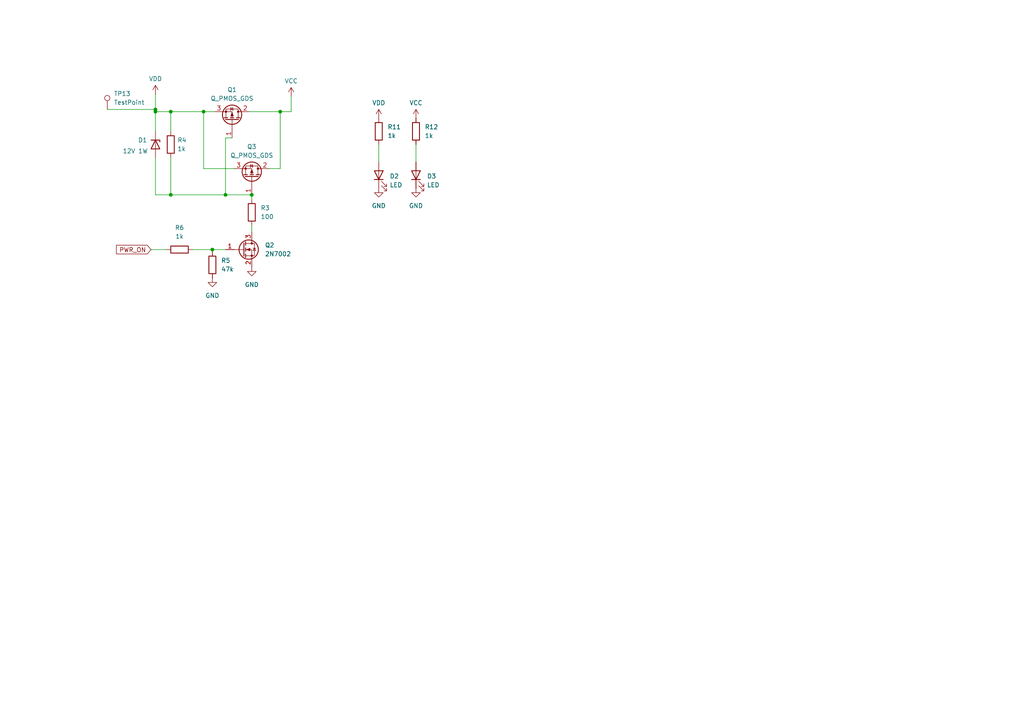
<source format=kicad_sch>
(kicad_sch (version 20250114) (generator "eeschema") (generator_version "9.0")
  (paper "A4")
  (lib_symbols
    (symbol "Connector:TestPoint" (pin_numbers (hide yes)) (pin_names (offset 0.762) (hide yes))
      (property "Reference" "TP" (at 0 6.858 0))
      (property "Value" "TestPoint" (at 0 5.08 0))
      (symbol "TestPoint_0_1"
        (circle (center 0 3.302) (radius 0.762))
      )
      (symbol "TestPoint_1_1"
        (pin passive line (at 0 0 90) (length 2.54) (name "1") (number "1"))
      )
    )
    (symbol "Device:D_Zener" (pin_numbers (hide yes)) (pin_names (offset 1.016) (hide yes))
      (property "Reference" "D" (at 0 2.54 0))
      (property "Value" "D_Zener" (at 0 -2.54 0))
      (symbol "D_Zener_0_1"
        (polyline (pts (xy -1.27 -1.27) (xy -1.27 1.27) (xy -0.762 1.27)) (stroke (width 0.254)))
        (polyline (pts (xy 1.27 0) (xy -1.27 0)))
        (polyline (pts (xy 1.27 -1.27) (xy 1.27 1.27) (xy -1.27 0) (xy 1.27 -1.27)) (stroke (width 0.254)))
      )
      (symbol "D_Zener_1_1"
        (pin passive line (at -3.81 0 0) (length 2.54) (name "K") (number "1"))
        (pin passive line (at 3.81 0 180) (length 2.54) (name "A") (number "2"))
      )
    )
    (symbol "Device:LED" (pin_numbers (hide yes)) (pin_names (offset 1.016) (hide yes))
      (property "Reference" "D" (at 0 2.54 0))
      (property "Value" "LED" (at 0 -2.54 0))
      (symbol "LED_0_1"
        (polyline (pts (xy -3.048 -0.762) (xy -4.572 -2.286) (xy -3.81 -2.286) (xy -4.572 -2.286) (xy -4.572 -1.524)))
        (polyline (pts (xy -1.778 -0.762) (xy -3.302 -2.286) (xy -2.54 -2.286) (xy -3.302 -2.286) (xy -3.302 -1.524)))
        (polyline (pts (xy -1.27 0) (xy 1.27 0)))
        (polyline (pts (xy -1.27 -1.27) (xy -1.27 1.27)) (stroke (width 0.254)))
        (polyline (pts (xy 1.27 -1.27) (xy 1.27 1.27) (xy -1.27 0) (xy 1.27 -1.27)) (stroke (width 0.254)))
      )
      (symbol "LED_1_1"
        (pin passive line (at -3.81 0 0) (length 2.54) (name "K") (number "1"))
        (pin passive line (at 3.81 0 180) (length 2.54) (name "A") (number "2"))
      )
    )
    (symbol "Device:Q_PMOS_GDS" (pin_names (offset 0) (hide yes))
      (property "Reference" "Q" (at 5.08 1.27 0))
      (property "Value" "Q_PMOS_GDS" (at 5.08 -1.27 0))
      (symbol "Q_PMOS_GDS_0_1"
        (polyline (pts (xy 0.254 1.905) (xy 0.254 -1.905)) (stroke (width 0.254)))
        (polyline (pts (xy 0.254 0) (xy -2.54 0)))
        (polyline (pts (xy 0.762 2.286) (xy 0.762 1.27)) (stroke (width 0.254)))
        (polyline (pts (xy 0.762 1.778) (xy 3.302 1.778) (xy 3.302 -1.778) (xy 0.762 -1.778)))
        (polyline (pts (xy 0.762 0.508) (xy 0.762 -0.508)) (stroke (width 0.254)))
        (polyline (pts (xy 0.762 -1.27) (xy 0.762 -2.286)) (stroke (width 0.254)))
        (circle (center 1.651 0) (radius 2.794) (stroke (width 0.254)))
        (polyline (pts (xy 2.286 0) (xy 1.27 0.381) (xy 1.27 -0.381) (xy 2.286 0)) (fill (type outline)))
        (polyline (pts (xy 2.54 2.54) (xy 2.54 1.778)))
        (circle (center 2.54 1.778) (radius 0.254) (fill (type outline)))
        (circle (center 2.54 -1.778) (radius 0.254) (fill (type outline)))
        (polyline (pts (xy 2.54 -2.54) (xy 2.54 0) (xy 0.762 0)))
        (polyline (pts (xy 2.794 -0.508) (xy 2.921 -0.381) (xy 3.683 -0.381) (xy 3.81 -0.254)))
        (polyline (pts (xy 3.302 -0.381) (xy 2.921 0.254) (xy 3.683 0.254) (xy 3.302 -0.381)))
      )
      (symbol "Q_PMOS_GDS_1_1"
        (pin input line (at -5.08 0 0) (length 2.54) (name "G") (number "1"))
        (pin passive line (at 2.54 5.08 270) (length 2.54) (name "D") (number "2"))
        (pin passive line (at 2.54 -5.08 90) (length 2.54) (name "S") (number "3"))
      )
    )
    (symbol "Device:R" (pin_numbers (hide yes)) (pin_names (offset 0))
      (property "Reference" "R" (at 2.032 0 90))
      (property "Value" "R" (at 0 0 90))
      (symbol "R_0_1"
        (rectangle (start -1.016 -2.54) (end 1.016 2.54) (stroke (width 0.254)))
      )
      (symbol "R_1_1"
        (pin passive line (at 0 3.81 270) (length 1.27) (name "~") (number "1"))
        (pin passive line (at 0 -3.81 90) (length 1.27) (name "~") (number "2"))
      )
    )
    (symbol "Transistor_FET:2N7002" (pin_names (offset 0) (hide yes))
      (property "Reference" "Q" (at 5.08 1.905 0))
      (property "Value" "2N7002" (at 5.08 0 0))
      (symbol "2N7002_0_1"
        (polyline (pts (xy 0.254 1.905) (xy 0.254 -1.905)) (stroke (width 0.254)))
        (polyline (pts (xy 0.254 0) (xy -2.54 0)))
        (polyline (pts (xy 0.762 2.286) (xy 0.762 1.27)) (stroke (width 0.254)))
        (polyline (pts (xy 0.762 0.508) (xy 0.762 -0.508)) (stroke (width 0.254)))
        (polyline (pts (xy 0.762 -1.27) (xy 0.762 -2.286)) (stroke (width 0.254)))
        (polyline (pts (xy 0.762 -1.778) (xy 3.302 -1.778) (xy 3.302 1.778) (xy 0.762 1.778)))
        (polyline (pts (xy 1.016 0) (xy 2.032 0.381) (xy 2.032 -0.381) (xy 1.016 0)) (fill (type outline)))
        (circle (center 1.651 0) (radius 2.794) (stroke (width 0.254)))
        (polyline (pts (xy 2.54 2.54) (xy 2.54 1.778)))
        (circle (center 2.54 1.778) (radius 0.254) (fill (type outline)))
        (circle (center 2.54 -1.778) (radius 0.254) (fill (type outline)))
        (polyline (pts (xy 2.54 -2.54) (xy 2.54 0) (xy 0.762 0)))
        (polyline (pts (xy 2.921 0.381) (xy 3.683 0.381)))
        (polyline (pts (xy 3.302 0.381) (xy 2.921 -0.254) (xy 3.683 -0.254) (xy 3.302 0.381)))
      )
      (symbol "2N7002_1_1"
        (pin input line (at -5.08 0 0) (length 2.54) (name "G") (number "1"))
        (pin passive line (at 2.54 5.08 270) (length 2.54) (name "D") (number "3"))
        (pin passive line (at 2.54 -5.08 90) (length 2.54) (name "S") (number "2"))
      )
    )
    (symbol "power:GND" (power) (pin_numbers (hide yes)) (pin_names (offset 0) (hide yes))
      (property "Value" "GND" (at 0 -3.81 0))
      (symbol "GND_0_1"
        (polyline (pts (xy 0 0) (xy 0 -1.27) (xy 1.27 -1.27) (xy 0 -2.54) (xy -1.27 -1.27) (xy 0 -1.27)))
      )
      (symbol "GND_1_1"
        (pin power_in line (at 0 0 270) (length 0) (name "~") (number "1"))
      )
    )
    (symbol "power:VCC" (power) (pin_numbers (hide yes)) (pin_names (offset 0) (hide yes))
      (property "Value" "VCC" (at 0 3.556 0))
      (symbol "VCC_0_1"
        (polyline (pts (xy -0.762 1.27) (xy 0 2.54)))
        (polyline (pts (xy 0 2.54) (xy 0.762 1.27)))
        (polyline (pts (xy 0 0) (xy 0 2.54)))
      )
      (symbol "VCC_1_1"
        (pin power_in line (at 0 0 90) (length 0) (name "~") (number "1"))
      )
    )
    (symbol "power:VDD" (power) (pin_numbers (hide yes)) (pin_names (offset 0) (hide yes))
      (property "Value" "VDD" (at 0 3.556 0))
      (symbol "VDD_0_1"
        (polyline (pts (xy -0.762 1.27) (xy 0 2.54)))
        (polyline (pts (xy 0 2.54) (xy 0.762 1.27)))
        (polyline (pts (xy 0 0) (xy 0 2.54)))
      )
      (symbol "VDD_1_1"
        (pin power_in line (at 0 0 90) (length 0) (name "~") (number "1"))
      )
    )
  )
  (junction (at 45.085 32.385))
  (junction (at 81.28 32.385))
  (junction (at 61.595 72.39))
  (junction (at 65.405 56.515))
  (junction (at 73.025 56.515))
  (junction (at 49.53 56.515))
  (junction (at 45.085 31.75))
  (junction (at 49.53 32.385))
  (junction (at 59.055 32.385))
  (wire (pts (xy 43.815 72.39) (xy 48.26 72.39)))
  (wire (pts (xy 120.65 41.91) (xy 120.65 46.99)))
  (wire (pts (xy 59.055 48.895) (xy 59.055 32.385)))
  (wire (pts (xy 45.085 31.75) (xy 45.085 32.385)))
  (wire (pts (xy 49.53 56.515) (xy 65.405 56.515)))
  (wire (pts (xy 72.39 32.385) (xy 81.28 32.385)))
  (wire (pts (xy 55.88 72.39) (xy 61.595 72.39)))
  (wire (pts (xy 61.595 72.39) (xy 61.595 73.025)))
  (wire (pts (xy 65.405 56.515) (xy 73.025 56.515)))
  (wire (pts (xy 45.085 56.515) (xy 49.53 56.515)))
  (wire (pts (xy 65.405 40.005) (xy 67.31 40.005)))
  (wire (pts (xy 49.53 45.72) (xy 49.53 56.515)))
  (wire (pts (xy 81.28 32.385) (xy 84.455 32.385)))
  (wire (pts (xy 67.945 48.895) (xy 59.055 48.895)))
  (wire (pts (xy 45.085 27.305) (xy 45.085 31.75)))
  (wire (pts (xy 31.115 31.75) (xy 45.085 31.75)))
  (wire (pts (xy 109.855 41.91) (xy 109.855 46.99)))
  (wire (pts (xy 45.085 32.385) (xy 45.085 38.1)))
  (wire (pts (xy 65.405 40.005) (xy 65.405 56.515)))
  (wire (pts (xy 49.53 32.385) (xy 49.53 38.1)))
  (wire (pts (xy 59.055 32.385) (xy 62.23 32.385)))
  (wire (pts (xy 65.405 72.39) (xy 61.595 72.39)))
  (wire (pts (xy 81.28 48.895) (xy 81.28 32.385)))
  (wire (pts (xy 45.085 45.72) (xy 45.085 56.515)))
  (wire (pts (xy 84.455 32.385) (xy 84.455 27.94)))
  (wire (pts (xy 49.53 32.385) (xy 59.055 32.385)))
  (wire (pts (xy 45.085 32.385) (xy 49.53 32.385)))
  (wire (pts (xy 73.025 65.405) (xy 73.025 67.31)))
  (wire (pts (xy 78.105 48.895) (xy 81.28 48.895)))
  (wire (pts (xy 73.025 56.515) (xy 73.025 57.785)))
  (global_label "PWR_ON" (shape input) (at 43.815 72.39 180) (property "Intersheetrefs" "${INTERSHEET_REFS}" (effects (hide yes))))
  (symbol (lib_id "power:GND") (at 61.595 80.645 0) (unit 1)
    (property "Reference" "#PWR043" (effects (hide yes)))
    (property "Value" "GND" (at 61.595 85.725 0))
    (property "Description" "Power symbol creates a global label with name \"GND\" , ground" (effects (hide yes)))
  )
  (symbol (lib_id "Device:R") (at 120.65 38.1 0) (unit 1)
    (property "Reference" "R12" (at 123.19 36.8299 0) (effects (justify left)))
    (property "Value" "1k" (at 123.19 39.3699 0) (effects (justify left)))
    (property "Footprint" "Resistor_SMD:R_0603_1608Metric" (effects (hide yes)))
    (property "Description" "Resistor" (effects (hide yes)))
  )
  (symbol (lib_id "power:VDD") (at 45.085 27.305 0) (unit 1)
    (property "Reference" "#PWR029" (effects (hide yes)))
    (property "Value" "VDD" (at 45.085 22.86 0))
    (property "Description" "Power symbol creates a global label with name \"VDD\"" (effects (hide yes)))
  )
  (symbol (lib_id "Device:R") (at 73.025 61.595 0) (unit 1)
    (property "Reference" "R3" (at 75.565 60.3249 0) (effects (justify left)))
    (property "Value" "100" (at 75.565 62.8649 0) (effects (justify left)))
    (property "Footprint" "Resistor_SMD:R_0603_1608Metric" (effects (hide yes)))
    (property "Description" "Resistor" (effects (hide yes)))
  )
  (symbol (lib_id "Connector:TestPoint") (at 31.115 31.75 0) (unit 1)
    (property "Reference" "TP13" (at 33.02 27.1779 0) (effects (justify left)))
    (property "Value" "TestPoint" (at 33.02 29.7179 0) (effects (justify left)))
    (property "Footprint" "TestPoint:TestPoint_Pad_1.5x1.5mm" (effects (hide yes)))
    (property "Description" "test point" (effects (hide yes)))
  )
  (symbol (lib_id "power:GND") (at 109.855 54.61 0) (unit 1)
    (property "Reference" "#PWR059" (effects (hide yes)))
    (property "Value" "GND" (at 109.855 59.69 0))
    (property "Description" "Power symbol creates a global label with name \"GND\" , ground" (effects (hide yes)))
  )
  (symbol (lib_id "power:VCC") (at 120.65 34.29 0) (unit 1)
    (property "Reference" "#PWR062" (effects (hide yes)))
    (property "Value" "VCC" (at 120.65 29.845 0))
    (property "Description" "Power symbol creates a global label with name \"VCC\"" (effects (hide yes)))
  )
  (symbol (lib_id "Device:LED") (at 120.65 50.8 90) (unit 1)
    (property "Reference" "D3" (at 123.825 51.1174 90) (effects (justify right)))
    (property "Value" "LED" (at 123.825 53.6574 90) (effects (justify right)))
    (property "Footprint" "LED_SMD:LED_0805_2012Metric_Pad1.15x1.40mm_HandSolder" (effects (hide yes)))
    (property "Description" "Light emitting diode" (effects (hide yes)))
    (property "Sim.Pins" "1=K 2=A" (effects (hide yes)))
  )
  (symbol (lib_id "power:GND") (at 120.65 54.61 0) (unit 1)
    (property "Reference" "#PWR060" (effects (hide yes)))
    (property "Value" "GND" (at 120.65 59.69 0))
    (property "Description" "Power symbol creates a global label with name \"GND\" , ground" (effects (hide yes)))
  )
  (symbol (lib_id "Device:LED") (at 109.855 50.8 90) (unit 1)
    (property "Reference" "D2" (at 113.03 51.1174 90) (effects (justify right)))
    (property "Value" "LED" (at 113.03 53.6574 90) (effects (justify right)))
    (property "Footprint" "LED_SMD:LED_0805_2012Metric_Pad1.15x1.40mm_HandSolder" (effects (hide yes)))
    (property "Description" "Light emitting diode" (effects (hide yes)))
    (property "Sim.Pins" "1=K 2=A" (effects (hide yes)))
  )
  (symbol (lib_id "Device:Q_PMOS_GDS") (at 67.31 34.925 270) (mirror x) (unit 1)
    (property "Reference" "Q1" (at 67.31 26.035 90))
    (property "Value" "Q_PMOS_GDS" (at 67.31 28.575 90))
    (property "Footprint" "Package_TO_SOT_SMD:TO-252-2" (effects (hide yes)))
    (property "Description" "https://www.tme.eu/pl/details/wmm120p06ts-cyg/tranzystory-z-kanalem-p-smd/wayon/wmm120p06ts/" (effects (hide yes)))
  )
  (symbol (lib_id "Device:R") (at 61.595 76.835 0) (unit 1)
    (property "Reference" "R5" (at 64.135 75.5649 0) (effects (justify left)))
    (property "Value" "47k" (at 64.135 78.1049 0) (effects (justify left)))
    (property "Footprint" "Resistor_SMD:R_0603_1608Metric" (effects (hide yes)))
    (property "Description" "Resistor" (effects (hide yes)))
  )
  (symbol (lib_id "power:VCC") (at 84.455 27.94 0) (unit 1)
    (property "Reference" "#PWR028" (effects (hide yes)))
    (property "Value" "VCC" (at 84.455 23.495 0))
    (property "Description" "Power symbol creates a global label with name \"VCC\"" (effects (hide yes)))
  )
  (symbol (lib_id "Device:R") (at 52.07 72.39 270) (unit 1)
    (property "Reference" "R6" (at 52.07 66.04 90))
    (property "Value" "1k" (at 52.07 68.58 90))
    (property "Footprint" "Resistor_SMD:R_0603_1608Metric" (effects (hide yes)))
    (property "Description" "Resistor" (effects (hide yes)))
  )
  (symbol (lib_id "Device:Q_PMOS_GDS") (at 73.025 51.435 270) (mirror x) (unit 1)
    (property "Reference" "Q3" (at 73.025 42.545 90))
    (property "Value" "Q_PMOS_GDS" (at 73.025 45.085 90))
    (property "Footprint" "Package_TO_SOT_SMD:TO-252-2" (effects (hide yes)))
    (property "Description" "https://www.tme.eu/pl/details/wmm120p06ts-cyg/tranzystory-z-kanalem-p-smd/wayon/wmm120p06ts/" (effects (hide yes)))
  )
  (symbol (lib_id "Device:R") (at 109.855 38.1 0) (unit 1)
    (property "Reference" "R11" (at 112.395 36.8299 0) (effects (justify left)))
    (property "Value" "1k" (at 112.395 39.3699 0) (effects (justify left)))
    (property "Footprint" "Resistor_SMD:R_0603_1608Metric" (effects (hide yes)))
    (property "Description" "Resistor" (effects (hide yes)))
  )
  (symbol (lib_id "Device:R") (at 49.53 41.91 180) (unit 1)
    (property "Reference" "R4" (at 51.435 40.6399 0) (effects (justify right)))
    (property "Value" "1k" (at 51.435 43.1799 0) (effects (justify right)))
    (property "Footprint" "Resistor_SMD:R_0603_1608Metric" (effects (hide yes)))
    (property "Description" "Resistor" (effects (hide yes)))
  )
  (symbol (lib_id "power:VDD") (at 109.855 34.29 0) (unit 1)
    (property "Reference" "#PWR061" (effects (hide yes)))
    (property "Value" "VDD" (at 109.855 29.845 0))
    (property "Description" "Power symbol creates a global label with name \"VDD\"" (effects (hide yes)))
  )
  (symbol (lib_id "Device:D_Zener") (at 45.085 41.91 270) (unit 1)
    (property "Reference" "D1" (at 40.005 40.64 90) (effects (justify left)))
    (property "Value" "12V 1W" (at 35.56 43.815 90) (effects (justify left)))
    (property "Footprint" "Diode_SMD:D_SOD-123F" (effects (hide yes)))
    (property "Description" "https://www.tme.eu/pl/details/dzl4748a-dc/diody-zenera-smd/dc-components/dzl4748a/" (effects (hide yes)))
  )
  (symbol (lib_id "power:GND") (at 73.025 77.47 0) (unit 1)
    (property "Reference" "#PWR042" (effects (hide yes)))
    (property "Value" "GND" (at 73.025 82.55 0))
    (property "Description" "Power symbol creates a global label with name \"GND\" , ground" (effects (hide yes)))
  )
  (symbol (lib_id "Transistor_FET:2N7002") (at 70.485 72.39 0) (unit 1)
    (property "Reference" "Q2" (at 76.835 71.1199 0) (effects (justify left)))
    (property "Value" "2N7002" (at 76.835 73.6599 0) (effects (justify left)))
    (property "Footprint" "Package_TO_SOT_SMD:SOT-23" (effects (hide yes)))
    (property "Datasheet" "https://www.onsemi.com/pub/Collateral/NDS7002A-D.PDF" (effects (hide yes)))
    (property "Description" "0.115A Id, 60V Vds, N-Channel MOSFET, SOT-23" (effects (hide yes)))
  )
)
</source>
